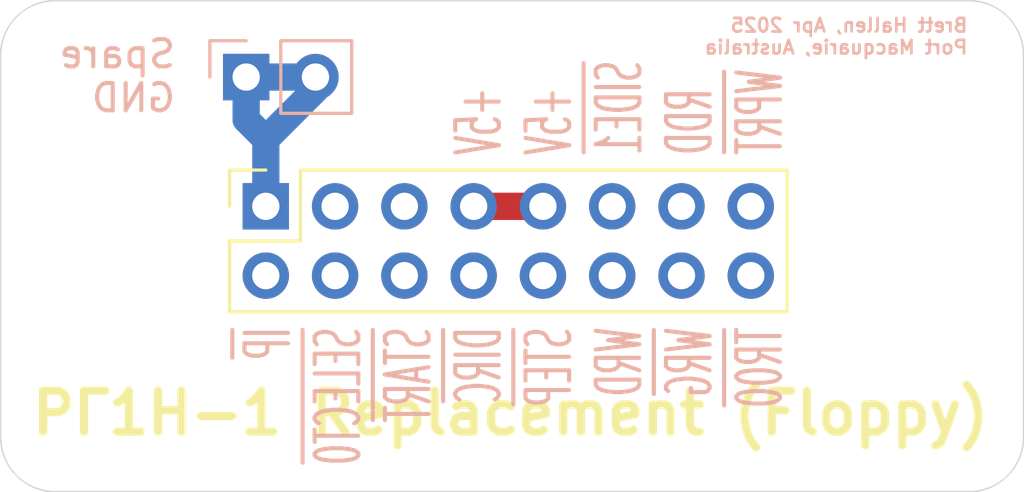
<source format=kicad_pcb>
(kicad_pcb (version 20241229) (generator "pcbnew") (generator_version "9.0")
  (title_block (date "29-Apr-2025") (rev "A") (company "Brett Hallen") (comment 1 "www.youtube.com/@Brfff"))
  (layers (0 "F.Cu" signal) (2 "B.Cu" signal) (13 "F.Paste" user) (15 "B.Paste" user) (5 "F.SilkS" user "F.Silkscreen") (7 "B.SilkS" user "B.Silkscreen") (1 "F.Mask" user) (3 "B.Mask" user) (25 "Edge.Cuts" user))
  (net 0 "")
  (net 14 "Net-(J1-Pin_4)")
  (net 15 "GND")
  (footprint "MountingHole:MountingHole_3.2mm_M3" (layer "F.Cu") (at 106.487631 64.875488)
    (property "Reference" "H2" (hide yes))
    (property "Value" "MountingHole" (hide yes))
    (pad "" np_thru_hole circle (at 0 0) (size 3.2 3.2) (drill 3.2) (layers "*.Cu" "*.Mask"))
  )
  (footprint "MountingHole:MountingHole_3.2mm_M3" (layer "F.Cu") (at 76.487631 64.875488)
    (property "Reference" "H1" (hide yes))
    (property "Value" "MountingHole" (hide yes))
    (pad "" np_thru_hole circle (at 0 0) (size 3.2 3.2) (drill 3.2) (layers "*.Cu" "*.Mask"))
  )
  (footprint "Connector_PinHeader_2.54mm:PinHeader_2x08_P2.54mm_Vertical" (layer "F.Cu") (at 82.72 65.54 90)
    (property "Reference" "J1" (hide yes))
    (property "Value" "РГ1Н-1" (hide yes))
    (fp_line (start 3.33 -1.33) (end 2 -1.33) (stroke (width 0.12)) (layer "F.SilkS"))
    (fp_line (start 0.73 -1.33) (end -1.87 -1.33) (stroke (width 0.12)) (layer "F.SilkS"))
    (fp_line (start -1.87 -1.33) (end -1.87 19.11) (stroke (width 0.12)) (layer "F.SilkS"))
    (fp_line (start 3.33 0) (end 3.33 -1.33) (stroke (width 0.12)) (layer "F.SilkS"))
    (fp_line (start 3.33 1.27) (end 0.73 1.27) (stroke (width 0.12)) (layer "F.SilkS"))
    (fp_line (start 3.33 1.27) (end 3.33 19.11) (stroke (width 0.12)) (layer "F.SilkS"))
    (fp_line (start 0.73 1.27) (end 0.73 -1.33) (stroke (width 0.12)) (layer "F.SilkS"))
    (fp_line (start 3.33 19.11) (end -1.87 19.11) (stroke (width 0.12)) (layer "F.SilkS"))
    (pad "1" thru_hole rect (at 2 0 90) (size 1.7 1.7) (drill 1) (layers "*.Cu" "*.Mask") (net 15 "GND"))
    (pad "2" thru_hole oval (at 2 2.54 90) (size 1.7 1.7) (drill 1) (layers "*.Cu" "*.Mask"))
    (pad "3" thru_hole oval (at 2 5.08 90) (size 1.7 1.7) (drill 1) (layers "*.Cu" "*.Mask"))
    (pad "4" thru_hole oval (at 2 7.62 90) (size 1.7 1.7) (drill 1) (layers "*.Cu" "*.Mask") (net 14 "Net-(J1-Pin_4)"))
    (pad "5" thru_hole oval (at 2 10.16 90) (size 1.7 1.7) (drill 1) (layers "*.Cu" "*.Mask") (net 14 "Net-(J1-Pin_4)"))
    (pad "6" thru_hole oval (at 2 12.7 90) (size 1.7 1.7) (drill 1) (layers "*.Cu" "*.Mask"))
    (pad "7" thru_hole oval (at 2 15.24 90) (size 1.7 1.7) (drill 1) (layers "*.Cu" "*.Mask"))
    (pad "8" thru_hole oval (at 2 17.78 90) (size 1.7 1.7) (drill 1) (layers "*.Cu" "*.Mask"))
    (pad "9" thru_hole oval (at -0.54 17.78 90) (size 1.7 1.7) (drill 1) (layers "*.Cu" "*.Mask"))
    (pad "10" thru_hole oval (at -0.54 15.24 90) (size 1.7 1.7) (drill 1) (layers "*.Cu" "*.Mask"))
    (pad "11" thru_hole oval (at -0.54 12.7 90) (size 1.7 1.7) (drill 1) (layers "*.Cu" "*.Mask"))
    (pad "12" thru_hole oval (at -0.54 10.16 90) (size 1.7 1.7) (drill 1) (layers "*.Cu" "*.Mask"))
    (pad "13" thru_hole oval (at -0.54 7.62 90) (size 1.7 1.7) (drill 1) (layers "*.Cu" "*.Mask"))
    (pad "14" thru_hole oval (at -0.54 5.08 90) (size 1.7 1.7) (drill 1) (layers "*.Cu" "*.Mask"))
    (pad "15" thru_hole oval (at -0.54 2.54 90) (size 1.7 1.7) (drill 1) (layers "*.Cu" "*.Mask"))
    (pad "16" thru_hole oval (at -0.54 0 90) (size 1.7 1.7) (drill 1) (layers "*.Cu" "*.Mask"))
  )
  (footprint "Connector_PinHeader_2.54mm:PinHeader_1x02_P2.54mm_Vertical" (layer "B.Cu") (at 82 58.8 -90)
    (property "Reference" "J2" (hide yes))
    (property "Value" "Spare GND" (hide yes))
    (fp_line (start -1.33 1.33) (end 0 1.33) (stroke (width 0.12)) (layer "B.SilkS"))
    (fp_line (start -1.33 0) (end -1.33 1.33) (stroke (width 0.12)) (layer "B.SilkS"))
    (fp_line (start -1.33 -1.27) (end 1.33 -1.27) (stroke (width 0.12)) (layer "B.SilkS"))
    (fp_line (start -1.33 -1.27) (end -1.33 -3.87) (stroke (width 0.12)) (layer "B.SilkS"))
    (fp_line (start 1.33 -1.27) (end 1.33 -3.87) (stroke (width 0.12)) (layer "B.SilkS"))
    (fp_line (start -1.33 -3.87) (end 1.33 -3.87) (stroke (width 0.12)) (layer "B.SilkS"))
    (pad "1" thru_hole rect (at 0 0 270) (size 1.7 1.7) (drill 1) (layers "*.Cu" "*.Mask") (net 15 "GND"))
    (pad "2" thru_hole oval (at 0 -2.54 270) (size 1.7 1.7) (drill 1) (layers "*.Cu" "*.Mask") (net 15 "GND"))
  )
  (gr_line (start 75 56) (end 108.5 56) (stroke (width 0.05)) (layer "Edge.Cuts"))
  (gr_arc (start 75 74) (mid 73.585786 73.414214) (end 73 72) (stroke (width 0.05)) (layer "Edge.Cuts"))
  (gr_arc (start 73 58) (mid 73.585786 56.585786) (end 75 56) (stroke (width 0.05)) (layer "Edge.Cuts"))
  (gr_arc (start 108.5 56) (mid 109.914214 56.585786) (end 110.5 58) (stroke (width 0.05)) (layer "Edge.Cuts"))
  (gr_line (start 73 72) (end 73 58) (stroke (width 0.05)) (layer "Edge.Cuts"))
  (gr_line (start 108.5 74) (end 75 74) (stroke (width 0.05)) (layer "Edge.Cuts"))
  (gr_line (start 110.5 58) (end 110.5 72) (stroke (width 0.05)) (layer "Edge.Cuts"))
  (gr_arc (start 110.5 72) (mid 109.914214 73.414214) (end 108.5 74) (stroke (width 0.05)) (layer "Edge.Cuts"))
  (gr_text "РГ1Н-1 Replacement (Floppy)" (at 74 72 0) (layer "F.SilkS") (effects (font (size 1.5 1.5) (thickness 0.3) (bold yes)) (justify left bottom)))
  (gr_text "Spare\nGND" (at 79.49081 60.148697 0) (layer "B.SilkS") (effects (font (size 1 1)) (justify left bottom mirror)))
  (gr_text "Brett Hallen, Apr 2025\nPort Macquarie, Australia" (at 108.5 58 0) (layer "B.SilkS") (effects (font (size 0.5 0.5) (thickness 0.1) (bold yes)) (justify left bottom mirror)))
  (gr_text "~{IP}\n~{SELECT0}\n~{START}\n~{DIRC}\n~{STEP}\nWRD\n~{WRG}\n~{TR00}" (at 101.77 67.89 90) (layer "B.SilkS") (effects (font (size 1.6 0.8)) (justify left bottom mirror)))
  (gr_text "+5V\n+5V\n~{SIDE1}\nRDD\n~{WPRT}" (at 101.77 61.74 90) (layer "B.SilkS") (effects (font (size 1.6 0.8)) (justify right bottom mirror)))
  (segment (start 90.34 63.54) (end 92.88 63.54) (width 1) (layer "F.Cu") (net 14))
  (segment (start 84.54 58.8) (end 82 58.8) (width 1) (layer "B.Cu") (net 15))
  (segment (start 82 58.8) (end 82 60.36) (width 1) (layer "B.Cu") (net 15))
  (segment (start 82 60.36) (end 82.72 61.08) (width 1) (layer "B.Cu") (net 15))
  (segment (start 82.72 61.08) (end 84.54 59.26) (width 1) (layer "B.Cu") (net 15))
  (segment (start 84.54 59.26) (end 84.54 58.8) (width 0.2) (layer "B.Cu") (net 15))
  (segment (start 82.72 63.54) (end 82.72 61.08) (width 1) (layer "B.Cu") (net 15))
)
</source>
